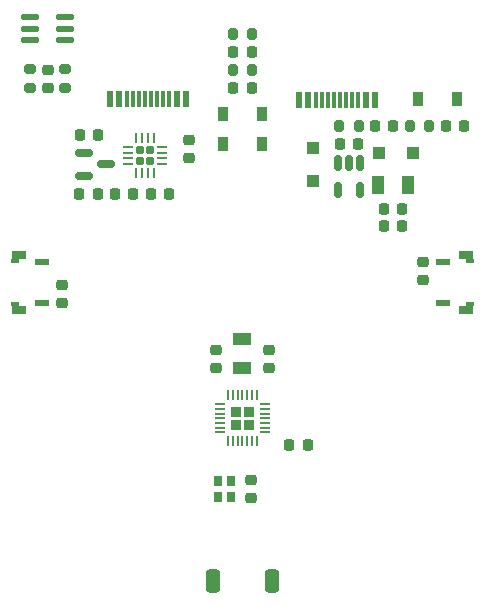
<source format=gbr>
%TF.GenerationSoftware,KiCad,Pcbnew,(6.0.0)*%
%TF.CreationDate,2022-01-05T23:10:14+08:00*%
%TF.ProjectId,CH573_KIT,43483537-335f-44b4-9954-2e6b69636164,rev?*%
%TF.SameCoordinates,Original*%
%TF.FileFunction,Paste,Top*%
%TF.FilePolarity,Positive*%
%FSLAX46Y46*%
G04 Gerber Fmt 4.6, Leading zero omitted, Abs format (unit mm)*
G04 Created by KiCad (PCBNEW (6.0.0)) date 2022-01-05 23:10:14*
%MOMM*%
%LPD*%
G01*
G04 APERTURE LIST*
G04 Aperture macros list*
%AMRoundRect*
0 Rectangle with rounded corners*
0 $1 Rounding radius*
0 $2 $3 $4 $5 $6 $7 $8 $9 X,Y pos of 4 corners*
0 Add a 4 corners polygon primitive as box body*
4,1,4,$2,$3,$4,$5,$6,$7,$8,$9,$2,$3,0*
0 Add four circle primitives for the rounded corners*
1,1,$1+$1,$2,$3*
1,1,$1+$1,$4,$5*
1,1,$1+$1,$6,$7*
1,1,$1+$1,$8,$9*
0 Add four rect primitives between the rounded corners*
20,1,$1+$1,$2,$3,$4,$5,0*
20,1,$1+$1,$4,$5,$6,$7,0*
20,1,$1+$1,$6,$7,$8,$9,0*
20,1,$1+$1,$8,$9,$2,$3,0*%
G04 Aperture macros list end*
%ADD10RoundRect,0.225000X-0.250000X0.225000X-0.250000X-0.225000X0.250000X-0.225000X0.250000X0.225000X0*%
%ADD11RoundRect,0.225000X0.225000X0.250000X-0.225000X0.250000X-0.225000X-0.250000X0.225000X-0.250000X0*%
%ADD12RoundRect,0.200000X0.200000X0.275000X-0.200000X0.275000X-0.200000X-0.275000X0.200000X-0.275000X0*%
%ADD13RoundRect,0.200000X-0.200000X-0.275000X0.200000X-0.275000X0.200000X0.275000X-0.200000X0.275000X0*%
%ADD14RoundRect,0.200000X0.275000X-0.200000X0.275000X0.200000X-0.275000X0.200000X-0.275000X-0.200000X0*%
%ADD15RoundRect,0.218750X0.218750X0.256250X-0.218750X0.256250X-0.218750X-0.256250X0.218750X-0.256250X0*%
%ADD16RoundRect,0.225000X0.250000X-0.225000X0.250000X0.225000X-0.250000X0.225000X-0.250000X-0.225000X0*%
%ADD17R,0.800000X0.900000*%
%ADD18RoundRect,0.225000X-0.225000X-0.250000X0.225000X-0.250000X0.225000X0.250000X-0.225000X0.250000X0*%
%ADD19R,0.600000X1.450000*%
%ADD20R,0.300000X1.450000*%
%ADD21RoundRect,0.150000X-0.587500X-0.150000X0.587500X-0.150000X0.587500X0.150000X-0.587500X0.150000X0*%
%ADD22R,0.900000X1.200000*%
%ADD23R,1.100000X1.100000*%
%ADD24RoundRect,0.125000X-0.650000X-0.125000X0.650000X-0.125000X0.650000X0.125000X-0.650000X0.125000X0*%
%ADD25R,1.500000X1.000000*%
%ADD26R,1.200000X0.600000*%
%ADD27R,0.650000X0.450000*%
%ADD28R,1.300000X0.650000*%
%ADD29RoundRect,0.172500X0.172500X-0.172500X0.172500X0.172500X-0.172500X0.172500X-0.172500X-0.172500X0*%
%ADD30RoundRect,0.062500X0.062500X-0.350000X0.062500X0.350000X-0.062500X0.350000X-0.062500X-0.350000X0*%
%ADD31RoundRect,0.062500X0.350000X-0.062500X0.350000X0.062500X-0.350000X0.062500X-0.350000X-0.062500X0*%
%ADD32RoundRect,0.150000X-0.150000X0.512500X-0.150000X-0.512500X0.150000X-0.512500X0.150000X0.512500X0*%
%ADD33RoundRect,0.232500X-0.232500X0.232500X-0.232500X-0.232500X0.232500X-0.232500X0.232500X0.232500X0*%
%ADD34RoundRect,0.050000X-0.050000X0.362500X-0.050000X-0.362500X0.050000X-0.362500X0.050000X0.362500X0*%
%ADD35RoundRect,0.050000X-0.362500X0.050000X-0.362500X-0.050000X0.362500X-0.050000X0.362500X0.050000X0*%
%ADD36RoundRect,0.300000X0.300000X0.700000X-0.300000X0.700000X-0.300000X-0.700000X0.300000X-0.700000X0*%
%ADD37R,1.000000X1.500000*%
G04 APERTURE END LIST*
D10*
%TO.C,C4*%
X165750000Y-90225000D03*
X165750000Y-91775000D03*
%TD*%
D11*
%TO.C,C11*%
X152750000Y-66000000D03*
X151200000Y-66000000D03*
%TD*%
D12*
%TO.C,R4*%
X174825000Y-60250000D03*
X173175000Y-60250000D03*
%TD*%
D13*
%TO.C,R2*%
X179175000Y-60250000D03*
X180825000Y-60250000D03*
%TD*%
D14*
%TO.C,R5*%
X150000000Y-57075000D03*
X150000000Y-55425000D03*
%TD*%
D15*
%TO.C,F2*%
X178537500Y-68750000D03*
X176962500Y-68750000D03*
%TD*%
D16*
%TO.C,C12*%
X160500000Y-63000000D03*
X160500000Y-61450000D03*
%TD*%
D17*
%TO.C,Y1*%
X164050000Y-90300000D03*
X164050000Y-91700000D03*
X162950000Y-91700000D03*
X162950000Y-90300000D03*
%TD*%
D10*
%TO.C,C16*%
X180250000Y-71725000D03*
X180250000Y-73275000D03*
%TD*%
D18*
%TO.C,C2*%
X164225000Y-57000000D03*
X165775000Y-57000000D03*
%TD*%
D11*
%TO.C,C7*%
X174775000Y-61750000D03*
X173225000Y-61750000D03*
%TD*%
D19*
%TO.C,USB2*%
X160250000Y-57985000D03*
X159450000Y-57985000D03*
D20*
X158250000Y-57985000D03*
X157250000Y-57985000D03*
X156750000Y-57985000D03*
X155750000Y-57985000D03*
D19*
X154550000Y-57985000D03*
X153750000Y-57985000D03*
X153750000Y-57985000D03*
X154550000Y-57985000D03*
D20*
X155250000Y-57985000D03*
X156250000Y-57985000D03*
X157750000Y-57985000D03*
X158750000Y-57985000D03*
D19*
X159450000Y-57985000D03*
X160250000Y-57985000D03*
%TD*%
D21*
%TO.C,U3*%
X151562500Y-62550000D03*
X151562500Y-64450000D03*
X153437500Y-63500000D03*
%TD*%
D19*
%TO.C,USB1*%
X176250000Y-58045000D03*
X175450000Y-58045000D03*
D20*
X174250000Y-58045000D03*
X173250000Y-58045000D03*
X172750000Y-58045000D03*
X171750000Y-58045000D03*
D19*
X170550000Y-58045000D03*
X169750000Y-58045000D03*
X169750000Y-58045000D03*
X170550000Y-58045000D03*
D20*
X171250000Y-58045000D03*
X172250000Y-58045000D03*
X173750000Y-58045000D03*
X174750000Y-58045000D03*
D19*
X175450000Y-58045000D03*
X176250000Y-58045000D03*
%TD*%
D11*
%TO.C,C13*%
X178525000Y-67250000D03*
X176975000Y-67250000D03*
%TD*%
D14*
%TO.C,R6*%
X147000000Y-57075000D03*
X147000000Y-55425000D03*
%TD*%
D22*
%TO.C,D4*%
X166650000Y-59250000D03*
X163350000Y-59250000D03*
%TD*%
D23*
%TO.C,D6*%
X171000000Y-62100000D03*
X171000000Y-64900000D03*
%TD*%
D24*
%TO.C,U5*%
X147000000Y-51000000D03*
X147000000Y-52000000D03*
X147000000Y-53000000D03*
X150000000Y-53000000D03*
X150000000Y-52000000D03*
X150000000Y-51000000D03*
%TD*%
D25*
%TO.C,L1*%
X165000000Y-80750000D03*
X165000000Y-78250000D03*
%TD*%
D26*
%TO.C,SW2*%
X181950000Y-71800000D03*
X181950000Y-75200000D03*
D27*
X184225000Y-75300000D03*
D28*
X183900000Y-75825000D03*
D27*
X184225000Y-71700000D03*
D28*
X183900000Y-71175000D03*
%TD*%
D29*
%TO.C,U4*%
X157175000Y-63175000D03*
X157175000Y-62325000D03*
X156325000Y-62325000D03*
X156325000Y-63175000D03*
D30*
X156000000Y-64212500D03*
X156500000Y-64212500D03*
X157000000Y-64212500D03*
X157500000Y-64212500D03*
D31*
X158212500Y-63500000D03*
X158212500Y-63000000D03*
X158212500Y-62500000D03*
X158212500Y-62000000D03*
D30*
X157500000Y-61287500D03*
X157000000Y-61287500D03*
X156500000Y-61287500D03*
X156000000Y-61287500D03*
D31*
X155287500Y-62000000D03*
X155287500Y-62500000D03*
X155287500Y-63000000D03*
X155287500Y-63500000D03*
%TD*%
D15*
%TO.C,F1*%
X177787500Y-60250000D03*
X176212500Y-60250000D03*
%TD*%
D23*
%TO.C,D5*%
X179400000Y-62500000D03*
X176600000Y-62500000D03*
%TD*%
D22*
%TO.C,D1*%
X179850000Y-57985000D03*
X183150000Y-57985000D03*
%TD*%
D26*
%TO.C,SW1*%
X148050000Y-75200000D03*
X148050000Y-71800000D03*
D28*
X146100000Y-71175000D03*
X146100000Y-75825000D03*
D27*
X145775000Y-71700000D03*
X145775000Y-75300000D03*
%TD*%
D32*
%TO.C,U2*%
X174950000Y-63362500D03*
X174000000Y-63362500D03*
X173050000Y-63362500D03*
X173050000Y-65637500D03*
X174950000Y-65637500D03*
%TD*%
D13*
%TO.C,R1*%
X164175000Y-52500000D03*
X165825000Y-52500000D03*
%TD*%
D16*
%TO.C,C3*%
X162750000Y-80750000D03*
X162750000Y-79200000D03*
%TD*%
D11*
%TO.C,C8*%
X152775000Y-61000000D03*
X151225000Y-61000000D03*
%TD*%
D33*
%TO.C,U1*%
X164425000Y-84425000D03*
X165575000Y-84425000D03*
X165575000Y-85575000D03*
X164425000Y-85575000D03*
D34*
X166200000Y-83062500D03*
X165800000Y-83062500D03*
X165400000Y-83062500D03*
X165000000Y-83062500D03*
X164600000Y-83062500D03*
X164200000Y-83062500D03*
X163800000Y-83062500D03*
D35*
X163062500Y-83800000D03*
X163062500Y-84200000D03*
X163062500Y-84600000D03*
X163062500Y-85000000D03*
X163062500Y-85400000D03*
X163062500Y-85800000D03*
X163062500Y-86200000D03*
D34*
X163800000Y-86937500D03*
X164200000Y-86937500D03*
X164600000Y-86937500D03*
X165000000Y-86937500D03*
X165400000Y-86937500D03*
X165800000Y-86937500D03*
X166200000Y-86937500D03*
D35*
X166937500Y-86200000D03*
X166937500Y-85800000D03*
X166937500Y-85400000D03*
X166937500Y-85000000D03*
X166937500Y-84600000D03*
X166937500Y-84200000D03*
X166937500Y-83800000D03*
%TD*%
D16*
%TO.C,C14*%
X148500000Y-57025000D03*
X148500000Y-55475000D03*
%TD*%
D36*
%TO.C,AE1*%
X167500000Y-98750000D03*
X162500000Y-98750000D03*
%TD*%
D11*
%TO.C,C9*%
X155750000Y-66000000D03*
X154200000Y-66000000D03*
%TD*%
D15*
%TO.C,D3*%
X183787500Y-60250000D03*
X182212500Y-60250000D03*
%TD*%
D22*
%TO.C,D2*%
X163350000Y-61750000D03*
X166650000Y-61750000D03*
%TD*%
D16*
%TO.C,C6*%
X167250000Y-80775000D03*
X167250000Y-79225000D03*
%TD*%
D11*
%TO.C,C1*%
X165775000Y-54000000D03*
X164225000Y-54000000D03*
%TD*%
D12*
%TO.C,R3*%
X165825000Y-55500000D03*
X164175000Y-55500000D03*
%TD*%
D16*
%TO.C,C15*%
X149750000Y-75250000D03*
X149750000Y-73700000D03*
%TD*%
D18*
%TO.C,C10*%
X157250000Y-66000000D03*
X158800000Y-66000000D03*
%TD*%
%TO.C,C5*%
X168975000Y-87250000D03*
X170525000Y-87250000D03*
%TD*%
D37*
%TO.C,L2*%
X176500000Y-65250000D03*
X179000000Y-65250000D03*
%TD*%
M02*

</source>
